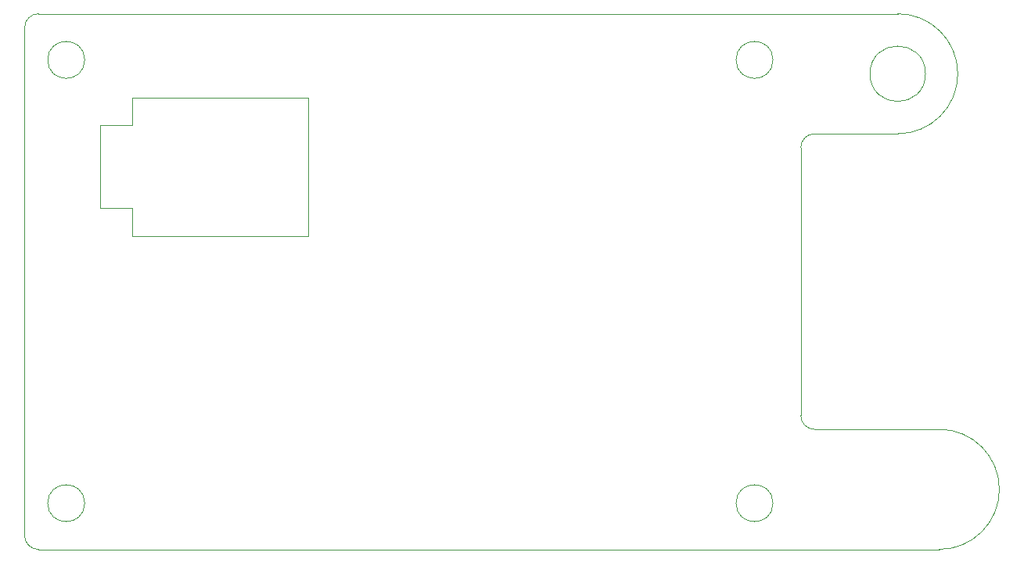
<source format=gbr>
%TF.GenerationSoftware,KiCad,Pcbnew,9.0.0*%
%TF.CreationDate,2025-03-31T14:21:31-07:00*%
%TF.ProjectId,DC33_Cnet_Badge_Main,44433333-5f43-46e6-9574-5f4261646765,rev?*%
%TF.SameCoordinates,Original*%
%TF.FileFunction,Profile,NP*%
%FSLAX46Y46*%
G04 Gerber Fmt 4.6, Leading zero omitted, Abs format (unit mm)*
G04 Created by KiCad (PCBNEW 9.0.0) date 2025-03-31 14:21:31*
%MOMM*%
%LPD*%
G01*
G04 APERTURE LIST*
%TA.AperFunction,Profile*%
%ADD10C,0.050000*%
%TD*%
G04 APERTURE END LIST*
D10*
X212500000Y-96500000D02*
G75*
G02*
X212500000Y-109500000I0J-6500000D01*
G01*
X199000000Y-96500000D02*
G75*
G02*
X197500000Y-95000000I0J1500000D01*
G01*
X197500000Y-66000000D02*
G75*
G02*
X199000000Y-64500000I1500000J0D01*
G01*
X194500000Y-104500000D02*
G75*
G02*
X190500000Y-104500000I-2000000J0D01*
G01*
X190500000Y-104500000D02*
G75*
G02*
X194500000Y-104500000I2000000J0D01*
G01*
X197500000Y-51500000D02*
X208000000Y-51500000D01*
X208000000Y-51500000D02*
G75*
G02*
X208000000Y-64500000I0J-6500000D01*
G01*
X196000000Y-109500000D02*
X115000000Y-109500000D01*
X113500000Y-53000000D02*
G75*
G02*
X115000000Y-51500000I1500000J0D01*
G01*
X120000000Y-56500000D02*
G75*
G02*
X116000000Y-56500000I-2000000J0D01*
G01*
X116000000Y-56500000D02*
G75*
G02*
X120000000Y-56500000I2000000J0D01*
G01*
X120000000Y-104500000D02*
G75*
G02*
X116000000Y-104500000I-2000000J0D01*
G01*
X116000000Y-104500000D02*
G75*
G02*
X120000000Y-104500000I2000000J0D01*
G01*
X113500000Y-108000000D02*
X113500000Y-53000000D01*
X211000000Y-58000000D02*
G75*
G02*
X205000000Y-58000000I-3000000J0D01*
G01*
X205000000Y-58000000D02*
G75*
G02*
X211000000Y-58000000I3000000J0D01*
G01*
X115000000Y-51500000D02*
X197500000Y-51500000D01*
X194500000Y-56500000D02*
G75*
G02*
X190500000Y-56500000I-2000000J0D01*
G01*
X190500000Y-56500000D02*
G75*
G02*
X194500000Y-56500000I2000000J0D01*
G01*
X115000000Y-109500000D02*
G75*
G02*
X113500000Y-108000000I0J1500000D01*
G01*
X212500000Y-96500000D02*
X199000000Y-96500000D01*
X196000000Y-109500000D02*
X212500000Y-109500000D01*
X197500000Y-66000000D02*
X197500000Y-95000000D01*
X199000000Y-64500000D02*
X208000000Y-64500000D01*
%TO.C,U1*%
X121680000Y-63570000D02*
X121680000Y-72570000D01*
X121680000Y-72570000D02*
X125130000Y-72570000D01*
X125130000Y-60570000D02*
X125130000Y-63570000D01*
X125130000Y-63570000D02*
X121680000Y-63570000D01*
X125130000Y-72570000D02*
X125130000Y-75570000D01*
X125130000Y-75570000D02*
X144180000Y-75570000D01*
X144180000Y-60570000D02*
X125130000Y-60570000D01*
X144180000Y-75570000D02*
X144180000Y-60570000D01*
%TD*%
M02*

</source>
